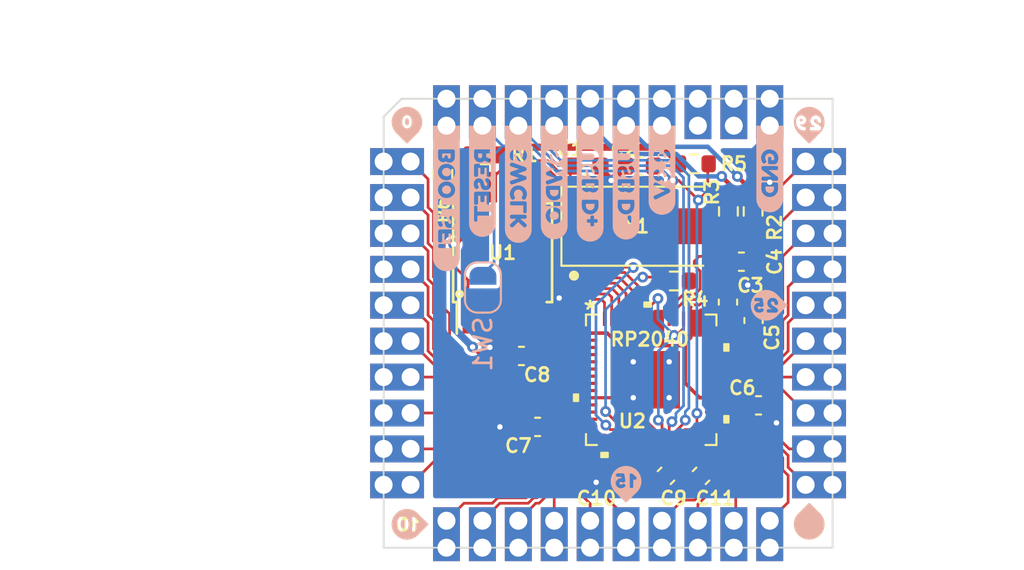
<source format=kicad_pcb>
(kicad_pcb (version 20211014) (generator pcbnew)
  (layers (0 "F.Cu" signal) (31 "B.Cu" signal) (34 "B.Paste" user) (35 "F.Paste" user) (36 "B.SilkS" user "B.Silkscreen") (37 "F.SilkS" user "F.Silkscreen") (38 "B.Mask" user) (39 "F.Mask" user) (44 "Edge.Cuts" user))
  (net 0 "")
  (net 1 "GND")
  (net 2 "+3V3")
  (net 3 "+5V")
  (net 4 "/~{QSPI_CS}")
  (net 5 "/USBBOOT")
  (net 6 "/~{RESET}")
  (net 7 "/USB_D-")
  (net 8 "/D-")
  (net 9 "/USB_D+")
  (net 10 "/D+")
  (net 11 "/QSPI_SD1")
  (net 12 "/QSPI_SD2")
  (net 13 "/QSPI_SD0")
  (net 14 "/QSPI_SCLK")
  (net 15 "/QSPI_SD3")
  (net 16 "/GPIO29")
  (net 17 "/GPIO28")
  (net 18 "/GPIO27")
  (net 19 "/GPIO26")
  (net 20 "/GPIO25")
  (net 21 "/GPIO24")
  (net 22 "/GPIO23")
  (net 23 "/GPIO22")
  (net 24 "/GPIO21")
  (net 25 "/GPIO20")
  (net 26 "/GPIO19")
  (net 27 "/GPIO18")
  (net 28 "/GPIO17")
  (net 29 "/GPIO16")
  (net 30 "/SWDIO")
  (net 31 "/SWCLK")
  (net 32 "/GPIO15")
  (net 33 "/GPIO14")
  (net 34 "/GPIO13")
  (net 35 "/GPIO12")
  (net 36 "/GPIO11")
  (net 37 "/GPIO10")
  (net 38 "/GPIO9")
  (net 39 "/GPIO8")
  (net 40 "/GPIO7")
  (net 41 "/GPIO6")
  (net 42 "/GPIO5")
  (net 43 "/GPIO4")
  (net 44 "/GPIO3")
  (net 45 "/GPIO2")
  (net 46 "/GPIO1")
  (net 47 "/GPIO0")
  (net 48 "VBAT")
  (net 49 "Net-(C1-Pad1)")
  (net 50 "Net-(C2-Pad1)")
  (net 51 "Net-(C10-Pad1)")
  (net 52 "Net-(R4-Pad2)")
  (footprint "Resistor_SMD:R_0603_1608Metric" (layer "F.Cu") (at 156.275 96.625)
    (fp_text reference "R5")
    (fp_text value "10K")
  )
  (footprint "Capacitor_SMD:C_0603_1608Metric" (layer "F.Cu") (at 158.175 104.325 90)
    (fp_text reference "C3")
    (fp_text value "0.1uF")
  )
  (footprint "RP2040_stamp:Castellated_1x10_P2.00mm_Vertical" (layer "F.Cu") (at 142.5 94.5 90)
    (fp_text reference "J2" hide)
    (fp_text value "Conn_North" hide)
  )
  (footprint "Capacitor_SMD:C_0603_1608Metric" (layer "F.Cu") (at 154.725 114 -135)
    (fp_text reference "C9")
    (fp_text value "0.1uF")
  )
  (footprint "Resistor_SMD:R_0603_1608Metric" (layer "F.Cu") (at 144.65 96.125)
    (fp_text reference "R1")
    (fp_text value "10K")
  )
  (footprint "Capacitor_SMD:C_0603_1608Metric" (layer "F.Cu") (at 156.675 114 -135)
    (fp_text reference "C11")
    (fp_text value "1uF")
  )
  (footprint "Resistor_SMD:R_0603_1608Metric" (layer "F.Cu") (at 142.3 97.2 -90)
    (fp_text reference "R6")
    (fp_text value "1K")
  )
  (footprint "RP2040_stamp:Castellated_1x10_P2.00mm_Vertical" (layer "F.Cu") (at 142.5 118 90)
    (fp_text reference "J3" hide)
    (fp_text value "Conn_South" hide)
  )
  (footprint "Resistor_SMD:R_0603_1608Metric" (layer "F.Cu") (at 158.2 99.275 90)
    (fp_text reference "R3")
    (fp_text value "27R")
  )
  (footprint "Capacitor_SMD:C_0603_1608Metric" (layer "F.Cu") (at 158.925 102.075)
    (fp_text reference "C4")
    (fp_text value "0.1uF")
  )
  (footprint "Package_SO:SOIC-8W_5.3x5.3mm_P1.27mm" (layer "F.Cu") (at 145.625 101.575 90)
    (fp_text reference "U1")
    (fp_text value "W25Q64JV")
  )
  (footprint "buzzardLabel" (layer "F.Cu") (at 140.3 116.7)
    (fp_text reference "")
    (fp_text value "")
  )
  (footprint "Capacitor_SMD:C_0603_1608Metric" (layer "F.Cu") (at 152.775 114 -135)
    (fp_text reference "C10")
    (fp_text value "0.1uF")
  )
  (footprint "RP2040_stamp:Castellated_1x10_P2.00mm_Vertical" (layer "F.Cu") (at 139 96.5)
    (fp_text reference "J1" hide)
    (fp_text value "Conn_West" hide)
  )
  (footprint "buzzardLabel" (layer "F.Cu") (at 140.35 94.3)
    (fp_text reference "")
    (fp_text value "")
  )
  (footprint "Capacitor_SMD:C_0603_1608Metric" (layer "F.Cu") (at 159.6 105.35 90)
    (fp_text reference "C5")
    (fp_text value "0.1uF")
  )
  (footprint "Capacitor_SMD:C_0603_1608Metric" (layer "F.Cu") (at 146.675 107.325 180)
    (fp_text reference "C8")
    (fp_text value "1uF")
  )
  (footprint "Resistor_SMD:R_0603_1608Metric" (layer "F.Cu") (at 159.575 99.275 90)
    (fp_text reference "R2")
    (fp_text value "27R")
  )
  (footprint "Capacitor_SMD:C_0603_1608Metric" (layer "F.Cu") (at 159.875 110.075)
    (fp_text reference "C6")
    (fp_text value "0.1uF")
  )
  (footprint "Resistor_SMD:R_0603_1608Metric" (layer "F.Cu") (at 155.175 103.15 180)
    (fp_text reference "R4")
    (fp_text value "1k")
  )
  (footprint "RP2040_stamp:Castellated_1x10_P2.00mm_Vertical" (layer "F.Cu") (at 162.5 96.5)
    (fp_text reference "J4" hide)
    (fp_text value "Conn_East" hide)
  )
  (footprint "UserLib:RP2040" (layer "F.Cu") (at 153.9 108.65)
    (fp_text reference "U2")
    (fp_text value "RP2040")
  )
  (footprint "UserLib:Crystal_SMD_7040-2Pin_7.0x4.0mm" (layer "F.Cu") (at 153.1 100.1)
    (fp_text reference "Y1")
    (fp_text value "Crystal")
  )
  (footprint "Capacitor_SMD:C_0603_1608Metric" (layer "F.Cu") (at 147.575 111.275 180)
    (fp_text reference "C7")
    (fp_text value "0.1uF")
  )
  (footprint "Capacitor_SMD:C_0603_1608Metric" (layer "F.Cu") (at 150.3 96.75)
    (fp_text reference "C1")
    (fp_text value "27pF")
  )
  (footprint "Capacitor_SMD:C_0603_1608Metric" (layer "F.Cu") (at 153.275 96.75 180)
    (fp_text reference "C2")
    (fp_text value "27pF")
  )
  (footprint "buzzardLabel" (layer "F.Cu") (at 162.8 116.7)
    (fp_text reference "")
    (fp_text value "")
  )
  (footprint "svg2mod" (layer "B.Cu") (at 159.9 104.5 180)
    (fp_text reference "svg2mod" hide)
    (fp_text value "G***" hide)
  )
  (footprint "svg2mod" (layer "B.Cu") (at 152.9 114.275 180)
    (fp_text reference "svg2mod" hide)
    (fp_text value "G***" hide)
  )
  (footprint "svg2mod" (layer "B.Cu") (at 150.5 97.729055 -90)
    (fp_text reference "svg2mod" hide)
    (fp_text value "G***" hide)
  )
  (footprint "Jumper:SolderJumper-2_P1.3mm_Open_RoundedPad1.0x1.5mm" (layer "B.Cu") (at 144.53 103.51 90)
    (fp_text reference "SW1")
    (fp_text value "SW_RESET")
  )
  (footprint "svg2mod" (layer "B.Cu") (at 163.05 94.35 180)
    (fp_text reference "svg2mod" hide)
    (fp_text value "G***" hide)
  )
  (footprint "buzzardLabel" (layer "B.Cu") (at 162.6 116.695 180)
    (fp_text reference "")
    (fp_text value "")
  )
  (footprint "svg2mod" (layer "B.Cu") (at 148.5 97.661745 -90)
    (fp_text reference "svg2mod" hide)
    (fp_text value "G***" hide)
  )
  (footprint "svg2mod" (layer "B.Cu") (at 152.5 97.669365 -90)
    (fp_text reference "svg2mod" hide)
    (fp_text value "G***" hide)
  )
  (footprint "svg2mod" (layer "B.Cu") (at 160.5 96.912128 -90)
    (fp_text reference "svg2mod" hide)
    (fp_text value "G***" hide)
  )
  (footprint "svg2mod" (layer "B.Cu") (at 142.5 98.552015 -90)
    (fp_text reference "svg2mod" hide)
    (fp_text value "G***" hide)
  )
  (footprint "buzzardLabel" (layer "B.Cu") (at 140.250001 94.3 180)
    (fp_text reference "")
    (fp_text value "")
  )
  (footprint "svg2mod" (layer "B.Cu") (at 152.2 114.275 180)
    (fp_text reference "svg2mod" hide)
    (fp_text value "G***" hide)
  )
  (footprint "svg2mod" (layer "B.Cu") (at 162.25 94.35 180)
    (fp_text reference "svg2mod" hide)
    (fp_text value "G***" hide)
  )
  (footprint "svg2mod" (layer "B.Cu") (at 154.5 96.981025 -90)
    (fp_text reference "svg2mod" hide)
    (fp_text value "G***" hide)
  )
  (footprint "svg2mod" (layer "B.Cu") (at 146.5 97.762075 -90)
    (fp_text reference "svg2mod" hide)
    (fp_text value "G***" hide)
  )
  (footprint "buzzardLabel" (layer "B.Cu") (at 140.3 116.7 180)
    (fp_text reference "")
    (fp_text value "")
  )
  (footprint "svg2mod" (layer "B.Cu") (at 160.65 104.5 180)
    (fp_text reference "svg2mod" hide)
    (fp_text value "G***" hide)
  )
  (footprint "svg2mod" (layer "B.Cu") (at 144.5 97.59634 -90)
    (fp_text reference "svg2mod" hide)
    (fp_text value "G***" hide)
  )
  (gr_line (start 153.1 114.8) (end 152.5 115.4) (layer "B.SilkS") (width 0.15))
  (gr_circle (center 140.300001 94.3) (end 139.650001 94.300001) (layer "B.SilkS") (width 0.4) (fill none))
  (gr_poly (pts (xy 152.85 113.600001) (xy 152.4 113.550001) (xy 151.914045 113.752529) (xy 151.789044 113.952529) (xy 151.75 114.225001) (xy 151.850001 114.675001) (xy 152.025 114.875001) (xy 151.85 114.55) (xy 151.85 113.85) (xy 152.2 113.75) (xy 152.7 113.75) (xy 153.05 113.8)) (layer "B.SilkS") (width 0.1) (fill solid))
  (gr_poly (pts (xy 160.649999 103.85) (xy 160.3 103.75) (xy 159.950001 103.85) (xy 159.75 104) (xy 160.85 104)) (layer "B.SilkS") (width 0.15) (fill solid))
  (gr_line (start 162.7 95.404999) (end 162.1 94.804999) (layer "B.SilkS") (width 0.15))
  (gr_circle (center 162.7 116.695) (end 161.900001 116.695) (layer "B.SilkS") (width 0.11) (fill none))
  (gr_line (start 140.300001 95.400001) (end 139.7 94.8) (layer "B.SilkS") (width 0.15))
  (gr_line (start 141.399999 116.7) (end 140.799999 117.3) (layer "B.SilkS") (width 0.15))
  (gr_line (start 162.7 115.595001) (end 163.3 116.195001) (layer "B.SilkS") (width 0.15))
  (gr_circle (center 162.7 94.305) (end 163.499999 94.305) (layer "B.SilkS") (width 0.11) (fill none))
  (gr_poly (pts (xy 141.025 116.95) (xy 141.075 116.7) (xy 141.024999 116.4)) (layer "B.SilkS") (width 0.1) (fill solid))
  (gr_poly (pts (xy 163.1 94.905) (xy 162.3 94.905) (xy 162.4 95.104999) (xy 163 95.104999)) (layer "B.SilkS") (width 0.15) (fill solid))
  (gr_circle (center 152.5 114.300001) (end 152.5 115.1) (layer "B.SilkS") (width 0.11) (fill none))
  (gr_poly (pts (xy 162.35 117.345) (xy 162.7 117.445) (xy 163.05 117.345) (xy 163.25 117.195) (xy 162.15 117.195)) (layer "B.SilkS") (width 0.15) (fill solid))
  (gr_poly (pts (xy 163.05 93.655) (xy 162.7 93.555) (xy 162.35 93.655) (xy 162.15 93.805) (xy 163.25 93.805)) (layer "B.SilkS") (width 0.15) (fill solid))
  (gr_line (start 162.1 116.195001) (end 162.7 115.595001) (layer "B.SilkS") (width 0.15))
  (gr_poly (pts (xy 139.6 116.35) (xy 139.55 116.8) (xy 139.775 117.25) (xy 139.975 117.375) (xy 140.225 117.45) (xy 140.675 117.349999) (xy 140.875 117.175) (xy 139.9 117.275) (xy 139.7 117) (xy 139.650001 116.55) (xy 139.775 116.225)) (layer "B.SilkS") (width 0.15) (fill solid))
  (gr_poly (pts (xy 152.5 115.4) (xy 152.8 115.1) (xy 152.2 115.1)) (layer "B.SilkS") (width 0.15) (fill solid))
  (gr_line (start 140.799999 116.1) (end 141.399999 116.7) (layer "B.SilkS") (width 0.15))
  (gr_line (start 163.25 94.85) (end 162.7 95.404999) (layer "B.SilkS") (width 0.15))
  (gr_poly (pts (xy 162.7 95.404999) (xy 163 95.104999) (xy 162.4 95.104999)) (layer "B.SilkS") (width 0.15) (fill solid))
  (gr_line (start 152.5 115.4) (end 151.9 114.8) (layer "B.SilkS") (width 0.15))
  (gr_poly (pts (xy 162.3 116.095) (xy 163.1 116.095) (xy 163 115.895001) (xy 162.4 115.895001)) (layer "B.SilkS") (width 0.15) (fill solid))
  (gr_poly (pts (xy 159.950002 105.15) (xy 160.300001 105.25) (xy 160.65 105.15) (xy 160.850001 105) (xy 159.750001 105)) (layer "B.SilkS") (width 0.15) (fill solid))
  (gr_line (start 160.845001 103.95) (end 161.4 104.5) (layer "B.SilkS") (width 0.15))
  (gr_poly (pts (xy 162.7 115.595001) (xy 162.4 115.895001) (xy 163 115.895001)) (layer "B.SilkS") (width 0.15) (fill solid))
  (gr_circle (center 160.300001 104.5) (end 160.300001 103.700001) (layer "B.SilkS") (width 0.11) (fill none))
  (gr_line (start 161.4 104.5) (end 160.8 105.1) (layer "B.SilkS") (width 0.15))
  (gr_poly (pts (xy 153.15 113.850001) (xy 153.15 114.750001) (xy 153.25 114.300001)) (layer "B.SilkS") (width 0.1) (fill solid))
  (gr_poly (pts (xy 140.300001 95.400001) (xy 140.600002 95.1) (xy 140 95.1)) (layer "B.SilkS") (width 0.15) (fill solid))
  (gr_poly (pts (xy 141.399999 116.7) (xy 141.099999 116.4) (xy 141.099999 117)) (layer "B.SilkS") (width 0.15) (fill solid))
  (gr_line (start 152.55 113.725) (end 152.55 114.775) (layer "B.SilkS") (width 0.15))
  (gr_poly (pts (xy 139.85 116.1) (xy 140.75 116.1) (xy 140.3 115.95)) (layer "B.SilkS") (width 0.15) (fill solid))
  (gr_line (start 140.900002 94.8) (end 140.300001 95.400001) (layer "B.SilkS") (width 0.15))
  (gr_poly (pts (xy 152.025 114.8) (xy 152.5 115.2) (xy 153 114.8)) (layer "B.SilkS") (width 0.1) (fill solid))
  (gr_circle (center 140.3 116.7) (end 141.099999 116.7) (layer "B.SilkS") (width 0.11) (fill none))
  (gr_poly (pts (xy 161.4 104.5) (xy 161.05 104.2) (xy 161.05 104.8)) (layer "B.SilkS") (width 0.15) (fill solid))
  (gr_line (start 140.799999 117.3) (end 141.399999 116.7) (layer "F.SilkS") (width 0.15))
  (gr_circle (center 140.3 94.3) (end 140.95 94.3) (layer "F.SilkS") (width 0.4) (fill none))
  (gr_circle (center 162.7 116.7) (end 163.5 116.7) (layer "F.SilkS") (width 0.11) (fill none))
  (gr_poly (pts (xy 141 116.35) (xy 141.1 116.8) (xy 140.825 117.25) (xy 140.625 117.375) (xy 140.375 117.45) (xy 139.925 117.35) (xy 139.725 117.175) (xy 140.7 117.275) (xy 140.9 117) (xy 140.95 116.55) (xy 140.825 116.225)) (layer "F.SilkS") (width 0.15) (fill solid))
  (gr_line (start 163.3 116.200001) (end 162.7 115.600001) (layer "F.SilkS") (width 0.15))
  (gr_line (start 140.3 95.4) (end 140.9 94.8) (layer "F.SilkS") (width 0.15))
  (gr_line (start 162.7 115.600001) (end 162.1 116.200001) (layer "F.SilkS") (width 0.15))
  (gr_circle (center 149.6 102.85) (end 149.8 102.9) (layer "F.SilkS") (width 0.15) (fill solid))
  (gr_poly (pts (xy 163.05 117.35) (xy 162.7 117.45) (xy 162.35 117.35) (xy 162.15 117.2) (xy 163.25 117.2)) (layer "F.SilkS") (width 0.15) (fill solid))
  (gr_poly (pts (xy 162.7 115.600001) (xy 163 115.900001) (xy 162.4 115.900001)) (layer "F.SilkS") (width 0.15) (fill solid))
  (gr_circle (center 140.3 116.7) (end 141.1 116.7) (layer "F.SilkS") (width 0.11) (fill none))
  (gr_poly (pts (xy 140.3 95.4) (xy 140 95.1) (xy 140.6 95.1)) (layer "F.SilkS") (width 0.15) (fill solid))
  (gr_poly (pts (xy 140.75 116.1) (xy 139.85 116.1) (xy 140.3 115.95)) (layer "F.SilkS") (width 0.15) (fill solid))
  (gr_line (start 141.399999 116.7) (end 140.799999 116.1) (layer "F.SilkS") (width 0.15))
  (gr_poly (pts (xy 163.1 116.1) (xy 162.3 116.1) (xy 162.4 115.900001) (xy 163 115.900001)) (layer "F.SilkS") (width 0.15) (fill solid))
  (gr_line (start 139.7 94.8) (end 140.3 95.4) (layer "F.SilkS") (width 0.15))
  (gr_poly (pts (xy 139.575 116.95) (xy 139.525 116.7) (xy 139.575 116.4)) (layer "F.SilkS") (width 0.1) (fill solid))
  (gr_poly (pts (xy 141.399999 116.7) (xy 141.099999 117) (xy 141.099999 116.4)) (layer "F.SilkS") (width 0.15) (fill solid))
  (gr_circle (center 143.225 103.875) (end 143.375 103.95) (layer "F.SilkS") (width 0.15) (fill none))
  (gr_line (start 139 94) (end 140 93) (layer "Edge.Cuts") (width 0.1))
  (gr_line (start 139 118) (end 139 94) (layer "Edge.Cuts") (width 0.1))
  (gr_line (start 164 118) (end 139 118) (layer "Edge.Cuts") (width 0.1))
  (gr_line (start 164 93) (end 164 118) (layer "Edge.Cuts") (width 0.1))
  (gr_line (start 140 93) (end 164 93) (layer "Edge.Cuts") (width 0.1))
  (segment (start 152.226992 114.548008) (end 154.176992 114.548008) (width 0.2) (layer "F.Cu") (net 1))
  (segment (start 150.935 96.815) (end 150.935 96.53) (width 0.4) (layer "F.Cu") (net 1))
  (segment (start 160.875 111.05) (end 160.875 110.3) (width 0.15) (layer "F.Cu") (net 1))
  (segment (start 152.899999 112.699634) (end 152.899999 112.0512) (width 0.2) (layer "F.Cu") (net 1))
  (segment (start 159.6 103.7) (end 159.6 104.575) (width 0.15) (layer "F.Cu") (net 1))
  (segment (start 148.75598 104.09902) (end 147.53 105.325) (width 0.2) (layer "F.Cu") (net 1))
  (segment (start 148.775 104.09902) (end 148.75598 104.09902) (width 0.2) (layer "F.Cu") (net 1))
  (segment (start 151.67 97.55) (end 150.935 96.815) (width 0.4) (layer "F.Cu") (net 1))
  (segment (start 159.275 103.375) (end 159.6 103.7) (width 0.15) (layer "F.Cu") (net 1))
  (segment (start 159.7 102.95) (end 159.275 103.375) (width 0.15) (layer "F.Cu") (net 1))
  (segment (start 150.835271 114.36027) (end 151.446021 113.74952) (width 0.2) (layer "F.Cu") (net 1))
  (segment (start 150.835271 114.36027) (end 152.039254 114.36027) (width 0.2) (layer "F.Cu") (net 1))
  (segment (start 144.916292 106.841634) (end 145.499658 107.425) (width 0.2) (layer "F.Cu") (net 1))
  (segment (start 159.7 102.075) (end 159.7 102.95) (width 0.15) (layer "F.Cu") (net 1))
  (segment (start 151.446021 113.74952) (end 151.850113 113.74952) (width 0.2) (layer "F.Cu") (net 1))
  (segment (start 159.275 103.375) (end 158.35 103.375) (width 0.15) (layer "F.Cu") (net 1))
  (segment (start 145.499658 107.425) (end 145.900001 107.425) (width 0.2) (layer "F.Cu") (net 1))
  (segment (start 151.67 97.55) (end 152.415 96.805) (width 0.4) (layer "F.Cu") (net 1))
  (segment (start 146.750611 111.275) (end 145.475 111.275) (width 0.15) (layer "F.Cu") (net 1))
  (segment (start 154.176992 114.548008) (end 156.126992 114.548008) (width 0.2) (layer "F.Cu") (net 1))
  (segment (start 151.850113 113.74952) (end 152.899999 112.699634) (width 0.2) (layer "F.Cu") (net 1))
  (segment (start 160.5 97.65) (end 160.5 94.5) (width 0.4) (layer "F.Cu") (net 1))
  (via (at 160.875 111.05) (size 0.6) (drill 0.3) (layers "F.Cu" "B.Cu") (net 1))
  (via (at 145.475 111.275) (size 0.6) (drill 0.3) (layers "F.Cu" "B.Cu") (net 1))
  (via (at 159.275 103.375) (size 0.6) (drill 0.3) (layers "F.Cu" "B.Cu") (net 1))
  (via (at 151.67 97.55) (size 0.6) (drill 0.3) (layers "F.Cu" "B.Cu") (net 1))
  (via (at 152.9 109.65) (size 0.6) (drill 0.3) (layers "F.Cu" "B.Cu") (net 1))
  (via (at 154.9 109.65) (size 0.6) (drill 0.3) (layers "F.Cu" "B.Cu") (net 1))
  (via (at 152.9 107.65) (size 0.6) (drill 0.3) (layers "F.Cu" "B.Cu") (net 1))
  (via (at 144.916292 106.841634) (size 0.6) (drill 0.3) (layers "F.Cu" "B.Cu") (net 1))
  (via (at 150.835271 114.36027) (size 0.6) (drill 0.3) (layers "F.Cu" "B.Cu") (net 1))
  (via (at 160.5 97.65) (size 0.6) (drill 0.3) (layers "F.Cu" "B.Cu") (net 1))
  (via (at 154.9 107.65) (size 0.6) (drill 0.3) (layers "F.Cu" "B.Cu") (net 1))
  (via (at 148.775 104.09902) (size 0.6) (drill 0.3) (layers "F.Cu" "B.Cu") (net 1))
  (segment (start 152 106.9) (end 152.15 106.75) (width 0.2) (layer "F.Cu") (net 2))
  (segment (start 146.125 95.7) (end 154.425 95.7) (width 0.4) (layer "F.Cu") (net 2))
  (segment (start 157.225 103.847533) (end 157.225 102.8) (width 0.15) (layer "F.Cu") (net 2))
  (segment (start 149.784021 109.650001) (end 148.525 110.909022) (width 0.1786) (layer "F.Cu") (net 2))
  (segment (start 145.077138 96.125) (end 145.475 96.125) (width 0.4) (layer "F.Cu") (net 2))
  (segment (start 152 106.900578) (end 152 109.6) (width 0.2) (layer "F.Cu") (net 2))
  (segment (start 156.6 109.65) (end 157.3012 109.650001) (width 0.2) (layer "F.Cu") (net 2))
  (segment (start 149.375 106.05) (end 148.1 107.325) (width 0.2) (layer "F.Cu") (net 2))
  (segment (start 153.2 110.55) (end 154.1 111.45) (width 0.2) (layer "F.Cu") (net 2))
  (segment (start 157.3012 109.650001) (end 158.675001 109.650001) (width 0.2) (layer "F.Cu") (net 2))
  (segment (start 143.951622 106.823378) (end 143.951622 106.826622) (width 0.2) (layer "F.Cu") (net 2))
  (segment (start 157.3012 106.05) (end 159.525 106.05) (width 0.15) (layer "F.Cu") (net 2))
  (segment (start 156.5 105.2488) (end 156.5 104.9) (width 0.15) (layer "F.Cu") (net 2))
  (segment (start 155.8 106.900578) (end 155.649422 106.75) (width 0.2) (layer "F.Cu") (net 2))
  (segment (start 150.4988 109.650001) (end 149.784021 109.650001) (width 0.1786) (layer "F.Cu") (net 2))
  (segment (start 150.4988 106.05) (end 149.375 106.05) (width 0.2) (layer "F.Cu") (net 2))
  (segment (start 156.100001 104.624999) (end 156.24596 104.47904) (width 0.15) (layer "F.Cu") (net 2))
  (segment (start 150.4988 106.05) (end 151.45 106.05) (width 0.2) (layer "F.Cu") (net 2))
  (segment (start 158.675001 109.650001) (end 159.1 110.075) (width 0.2) (layer "F.Cu") (net 2))
  (segment (start 151.949999 109.650001) (end 152 109.6) (width 0.15) (layer "F.Cu") (net 2))
  (segment (start 155.649422 106.75) (end 154.5 106.75) (width 0.2) (layer "F.Cu") (net 2))
  (segment (start 143.951622 106.826622) (end 145.17452 108.04952) (width 0.2) (layer "F.Cu") (net 2))
  (segment (start 143.72 97.482138) (end 145.077138 96.125) (width 0.4) (layer "F.Cu") (net 2))
  (segment (start 145.17452 108.04952) (end 146.72548 108.04952) (width 0.2) (layer "F.Cu") (net 2))
  (segment (start 154.1 111.45) (end 154.1 112.0512) (width 0.2) (layer "F.Cu") (net 2))
  (segment (start 156.24596 104.47904) (end 156.593493 104.47904) (width 0.15) (layer "F.Cu") (net 2))
  (segment (start 156.65 104.75) (end 157.825 104.75) (width 0.15) (layer "F.Cu") (net 2))
  (segment (start 154.5 95.625) (end 155.4 96.525) (width 0.4) (layer "F.Cu") (net 2))
  (segment (start 152.15 110.55) (end 153.2 110.55) (width 0.2) (layer "F.Cu") (net 2))
  (segment (start 152 110.4) (end 152 110.399422) (width 0.15) (layer "F.Cu") (net 2))
  (segment (start 155.8 106.900578) (end 155.8 108.85) (width 0.2) (layer "F.Cu") (net 2))
  (segment (start 154.5 94.5) (end 154.5 95.625) (width 0.4) (layer "F.Cu") (net 2))
  (segment (start 142.897563 101.099294) (end 143.695 100.301857) (width 0.4) (layer "F.Cu") (net 2))
  (segment (start 146.72548 108.04952) (end 147.45 107.325) (width 0.2) (layer "F.Cu") (net 2))
  (segment (start 145.575 96.25) (end 146.125 95.7) (width 0.4) (layer "F.Cu") (net 2))
  (segment (start 148.525 110.909022) (end 148.525 111.225) (width 0.1786) (layer "F.Cu") (net 2))
  (segment (start 151.45 106.05) (end 152.15 106.75) (width 0.2) (layer "F.Cu") (net 2))
  (segment (start 156.5 104.9) (end 156.65 104.75) (width 0.15) (layer "F.Cu") (net 2))
  (segment (start 155.8 108.85) (end 156.6 109.65) (width 0.2) (layer "F.Cu") (net 2))
  (segment (start 143.72 97.925) (end 143.72 97.482138) (width 0.4) (layer "F.Cu") (net 2))
  (segment (start 156.100001 106.299421) (end 155.787211 106.612211) (width 0.2) (layer "F.Cu") (net 2))
  (segment (start 157.225 102.8) (end 157.95 102.075) (width 0.15) (layer "F.Cu") (net 2))
  (segment (start 155.8 106.900578) (end 155.8 106.625) (width 0.2) (layer "F.Cu") (net 2))
  (segment (start 152 109.6) (end 152 110.399422) (width 0.2) (layer "F.Cu") (net 2))
  (segment (start 156.100001 105.2488) (end 156.100001 104.624999) (width 0.15) (layer "F.Cu") (net 2))
  (segment (start 148.1 107.325) (end 147.45 107.325) (width 0.2) (layer "F.Cu") (net 2))
  (segment (start 157.825 104.75) (end 158.175 105.1) (width 0.15) (layer "F.Cu") (net 2))
  (segment (start 150.4988 109.650001) (end 151.949999 109.650001) (width 0.1786) (layer "F.Cu") (net 2))
  (segment (start 155.787211 106.612211) (end 155.649422 106.75) (width 0.2) (layer "F.Cu") (net 2))
  (segment (start 156.100001 105.2488) (end 156.100001 106.299421) (width 0.2) (layer "F.Cu") (net 2))
  (segment (start 154.5 106.75) (end 152.15 106.75) (width 0.2) (layer "F.Cu") (net 2))
  (segment (start 154.425 95.7) (end 154.5 95.625) (width 0.4) (layer "F.Cu") (net 2))
  (segment (start 143.695 100.301857) (end 143.695 98.025) (width 0.4) (layer "F.Cu") (net 2))
  (segment (start 152.15 110.55) (end 152 110.4) (width 0.2) (layer "F.Cu") (net 2))
  (segment (start 156.593493 104.47904) (end 157.225 103.847533) (width 0.15) (layer "F.Cu") (net 2))
  (segment (start 155.8 106.625) (end 155.787211 106.612211) (width 0.15) (layer "F.Cu") (net 2))
  (via (at 142.897563 101.099294) (size 0.6) (drill 0.3) (layers "F.Cu" "B.Cu") (net 2))
  (via (at 143.951622 106.823378) (size 0.6) (drill 0.3) (layers "F.Cu" "B.Cu") (net 2))
  (segment (start 143.951622 106.823378) (end 142.897563 105.769319) (width 0.4) (layer "B.Cu") (net 2))
  (segment (start 142.897563 105.769319) (end 142.897563 101.099294) (width 0.4) (layer "B.Cu") (net 2))
  (segment (start 143.72 105.579022) (end 144.440489 106.299511) (width 0.15) (layer "F.Cu") (net 4))
  (segment (start 148.57452 105.464858) (end 149.865818 104.17356) (width 0.15) (layer "F.Cu") (net 4))
  (segment (start 151.12356 104.17356) (end 151.3 104.35) (width 0.15) (layer "F.Cu") (net 4))
  (segment (start 142.45 97.725) (end 143.925 96.25) (width 0.15) (layer "F.Cu") (net 4))
  (segment (start 149.865818 104.17356) (end 151.12356 104.17356) (width 0.15) (layer "F.Cu") (net 4))
  (segment (start 142.22404 100.953284) (end 142.22404 98.25096) (width 0.15) (layer "F.Cu") (net 4))
  (segment (start 145.115925 106.299511) (end 145.415446 106.599031) (width 0.15) (layer "F.Cu") (net 4))
  (segment (start 143.72 105.225) (end 143.72 105.579022) (width 0.15) (layer "F.Cu") (net 4))
  (segment (start 148.203577 106.599031) (end 148.57452 106.228087) (width 0.15) (layer "F.Cu") (net 4))
  (segment (start 143.695 103.095) (end 142.373071 101.773071) (width 0.15) (layer "F.Cu") (net 4))
  (segment (start 145.415446 106.599031) (end 148.203577 106.599031) (width 0.15) (layer "F.Cu") (net 4))
  (segment (start 151.3 104.35) (end 151.3 105.2488) (width 0.15) (layer "F.Cu") (net 4))
  (segment (start 142.373071 101.102315) (end 142.22404 100.953284) (width 0.15) (layer "F.Cu") (net 4))
  (segment (start 148.57452 106.228087) (end 148.57452 105.464858) (width 0.15) (layer "F.Cu") (net 4))
  (segment (start 143.695 105.325) (end 143.695 103.095) (width 0.15) (layer "F.Cu") (net 4))
  (segment (start 144.440489 106.299511) (end 145.115925 106.299511) (width 0.15) (layer "F.Cu") (net 4))
  (segment (start 142.373071 101.773071) (end 142.373071 101.102315) (width 0.15) (layer "F.Cu") (net 4))
  (segment (start 142.5 96.425) (end 142.5 94.5) (width 0.15) (layer "F.Cu") (net 5))
  (segment (start 156.15 111.42269) (end 155.78619 111.42269) (width 0.15) (layer "F.Cu") (net 6))
  (segment (start 155.78619 111.42269) (end 155.699999 111.508881) (width 0.15) (layer "F.Cu") (net 6))
  (segment (start 156.445171 110.52017) (end 156.445171 111.127519) (width 0.15) (layer "F.Cu") (net 6))
  (segment (start 156.523531 98.640498) (end 155.433033 97.55) (width 0.15) (layer "F.Cu") (net 6))
  (segment (start 157.05 98.114029) (end 157.05 96.525) (width 0.15) (layer "F.Cu") (net 6))
  (segment (start 156.445171 111.127519) (end 156.15 111.42269) (width 0.15) (layer "F.Cu") (net 6))
  (segment (start 155.699999 111.508881) (end 155.699999 112.0512) (width 0.15) (layer "F.Cu") (net 6))
  (segment (start 156.523531 98.640498) (end 157.05 98.114029) (width 0.15) (layer "F.Cu") (net 6))
  (segment (start 155.433033 97.55) (end 155.11 97.55) (width 0.15) (layer "F.Cu") (net 6))
  (via (at 155.11 97.55) (size 0.6) (drill 0.3) (layers "F.Cu" "B.Cu") (net 6))
  (via (at 156.523531 98.640498) (size 0.6) (drill 0.3) (layers "F.Cu" "B.Cu") (net 6))
  (via (at 156.445171 110.52017) (size 0.6) (drill 0.3) (layers "F.Cu" "B.Cu") (net 6))
  (segment (start 148.601903 97.025489) (end 154.585489 97.025489) (width 0.15) (layer "B.Cu") (net 6))
  (segment (start 145.15 96.1) (end 145.625 95.625) (width 0.15) (layer "B.Cu") (net 6))
  (segment (start 145.15 102.15) (end 145.15 96.1) (width 0.15) (layer "B.Cu") (net 6))
  (segment (start 156.445171 110.52017) (end 156.445171 98.718858) (width 0.15) (layer "B.Cu") (net 6))
  (segment (start 144.475 102.825) (end 145.15 102.15) (width 0.15) (layer "B.Cu") (net 6))
  (segment (start 145.625 95.625) (end 147.201414 95.625) (width 0.15) (layer "B.Cu") (net 6))
  (segment (start 154.585489 97.025489) (end 155.11 97.55) (width 0.15) (layer "B.Cu") (net 6))
  (segment (start 145.625 95.625) (end 144.5 94.5) (width 0.15) (layer "B.Cu") (net 6))
  (segment (start 147.201414 95.625) (end 148.601903 97.025489) (width 0.15) (layer "B.Cu") (net 6))
  (segment (start 156.445171 98.718858) (end 156.523531 98.640498) (width 0.15) (layer "B.Cu") (net 6))
  (segment (start 158.7 97.325) (end 159.825 98.45) (width 0.25) (layer "F.Cu") (net 7))
  (via (at 158.7 97.325) (size 0.6) (drill 0.3) (layers "F.Cu" "B.Cu") (net 7))
  (segment (start 157.05241 95.67741) (end 158.7 97.325) (width 0.25) (layer "B.Cu") (net 7))
  (segment (start 153.67741 95.67741) (end 157.05241 95.67741) (width 0.25) (layer "B.Cu") (net 7))
  (segment (start 153.67741 95.67741) (end 152.5 94.5) (width 0.25) (layer "B.Cu") (net 7))
  (segment (start 156.92452 103.724427) (end 156.92452 102.174066) (width 0.15) (layer "F.Cu") (net 8))
  (segment (start 158.373586 100.725) (end 159.125 100.725) (width 0.15) (layer "F.Cu") (net 8))
  (segment (start 155.826958 104.17952) (end 156.469427 104.17952) (width 0.15) (layer "F.Cu") (net 8))
  (segment (start 159.125 100.725) (end 159.75 100.1) (width 0.15) (layer "F.Cu") (net 8))
  (segment (start 156.92452 102.174066) (end 158.373586 100.725) (width 0.15) (layer "F.Cu") (net 8))
  (segment (start 156.469427 104.17952) (end 156.92452 103.724427) (width 0.15) (layer "F.Cu") (net 8))
  (segment (start 155.3 104.706478) (end 155.826958 104.17952) (width 0.15) (layer "F.Cu") (net 8))
  (segment (start 155.3 105.2488) (end 155.3 104.706478) (width 0.15) (layer "F.Cu") (net 8))
  (segment (start 158.325 98.45) (end 158.325 97.825) (width 0.25) (layer "F.Cu") (net 9))
  (segment (start 158.325 97.825) (end 157.825 97.325) (width 0.25) (layer "F.Cu") (net 9))
  (via (at 157.825 97.325) (size 0.6) (drill 0.3) (layers "F.Cu" "B.Cu") (net 9))
  (segment (start 152.07693 96.07693) (end 150.5 94.5) (width 0.25) (layer "B.Cu") (net 9))
  (segment (start 157.825 97.325) (end 156.544654 97.325) (width 0.25) (layer "B.Cu") (net 9))
  (segment (start 155.296584 96.07693) (end 152.07693 96.07693) (width 0.25) (layer "B.Cu") (net 9))
  (segment (start 156.544654 97.325) (end 155.296584 96.07693) (width 0.25) (layer "B.Cu") (net 9))
  (segment (start 156.625 102.6) (end 156.29952 102.27452) (width 0.15) (layer "F.Cu") (net 10))
  (segment (start 156.9 101.775) (end 158.2 100.475) (width 0.15) (layer "F.Cu") (net 10))
  (segment (start 156.625 103.600361) (end 156.625 102.6) (width 0.15) (layer "F.Cu") (net 10))
  (segment (start 156.29952 102.05048) (end 156.575 101.775) (width 0.15) (layer "F.Cu") (net 10))
  (segment (start 154.900001 105.2488) (end 154.900001 104.682891) (width 0.15) (layer "F.Cu") (net 10))
  (segment (start 155.702892 103.88) (end 156.345361 103.88) (width 0.15) (layer "F.Cu") (net 10))
  (segment (start 156.29952 102.27452) (end 156.29952 102.05048) (width 0.15) (layer "F.Cu") (net 10))
  (segment (start 156.575 101.775) (end 156.9 101.775) (width 0.15) (layer "F.Cu") (net 10))
  (segment (start 154.900001 104.682891) (end 155.702892 103.88) (width 0.15) (layer "F.Cu") (net 10))
  (segment (start 158.2 100.475) (end 158.2 100.1) (width 0.15) (layer "F.Cu") (net 10))
  (segment (start 156.345361 103.88) (end 156.625 103.600361) (width 0.15) (layer "F.Cu") (net 10))
  (segment (start 144.99 105.75) (end 145.539511 106.299511) (width 0.15) (layer "F.Cu") (net 11))
  (segment (start 148.275 106.104022) (end 148.275 105.340792) (width 0.15) (layer "F.Cu") (net 11))
  (segment (start 151.7 104.05) (end 151.699999 105.2488) (width 0.15) (layer "F.Cu") (net 11))
  (segment (start 148.079511 106.299511) (end 148.275 106.104022) (width 0.15) (layer "F.Cu") (net 11))
  (segment (start 148.275 105.340792) (end 149.741752 103.87404) (width 0.15) (layer "F.Cu") (net 11))
  (segment (start 145.539511 106.299511) (end 148.079511 106.299511) (width 0.15) (layer "F.Cu") (net 11))
  (segment (start 149.741752 103.87404) (end 151.52404 103.87404) (width 0.15) (layer "F.Cu") (net 11))
  (segment (start 151.52404 103.87404) (end 151.7 104.05) (width 0.15) (layer "F.Cu") (net 11))
  (segment (start 144.99 105.225) (end 144.99 105.75) (width 0.15) (layer "F.Cu") (net 11))
  (segment (start 152.1 103.95) (end 151.72452 103.57452) (width 0.15) (layer "F.Cu") (net 12))
  (segment (start 152.100001 105.2488) (end 152.1 103.95) (width 0.15) (layer "F.Cu") (net 12))
  (segment (start 151.72452 103.57452) (end 147.35048 103.57452) (width 0.15) (layer "F.Cu") (net 12))
  (segment (start 147.35048 103.57452) (end 146.26 104.665) (width 0.15) (layer "F.Cu") (net 12))
  (segment (start 148.276449 101.598619) (end 148.276449 98.771449) (width 0.15) (layer "F.Cu") (net 13))
  (segment (start 148.276449 98.771449) (end 147.53 98.025) (width 0.15) (layer "F.Cu") (net 13))
  (segment (start 152.5 103.85) (end 151.925 103.275) (width 0.15) (layer "F.Cu") (net 13))
  (segment (start 151.925 103.275) (end 149.952828 103.275) (width 0.15) (layer "F.Cu") (net 13))
  (segment (start 149.952828 103.275) (end 148.276449 101.598619) (width 0.15) (layer "F.Cu") (net 13))
  (segment (start 152.5 105.2488) (end 152.5 103.85) (width 0.15) (layer "F.Cu") (net 13))
  (segment (start 148.575969 97.346947) (end 148.575969 101.474554) (width 0.15) (layer "F.Cu") (net 14))
  (segment (start 152.15 102.97548) (end 152.899999 103.725479) (width 0.15) (layer "F.Cu") (net 14))
  (segment (start 148.575969 101.474554) (end 150.076894 102.97548) (width 0.15) (layer "F.Cu") (net 14))
  (segment (start 146.975 96.775) (end 148.004022 96.775) (width 0.15) (layer "F.Cu") (net 14))
  (segment (start 148.004022 96.775) (end 148.575969 97.346947) (width 0.15) (layer "F.Cu") (net 14))
  (segment (start 152.899999 103.725479) (end 152.899999 105.2488) (width 0.15) (layer "F.Cu") (net 14))
  (segment (start 146.26 97.49) (end 146.975 96.775) (width 0.15) (layer "F.Cu") (net 14))
  (segment (start 150.076894 102.97548) (end 152.15 102.97548) (width 0.15) (layer "F.Cu") (net 14))
  (segment (start 150.20096 102.67596) (end 152.42596 102.67596) (width 0.15) (layer "F.Cu") (net 15))
  (segment (start 146.224511 96.850489) (end 146.625 96.45) (width 0.15) (layer "F.Cu") (net 15))
  (segment (start 145.639511 96.850489) (end 146.224511 96.850489) (width 0.15) (layer "F.Cu") (net 15))
  (segment (start 148.875489 101.350489) (end 150.20096 102.67596) (width 0.15) (layer "F.Cu") (net 15))
  (segment (start 148.875489 97.200489) (end 148.875489 101.350489) (width 0.15) (layer "F.Cu") (net 15))
  (segment (start 146.625 96.45) (end 148.125 96.45) (width 0.15) (layer "F.Cu") (net 15))
  (segment (start 148.125 96.45) (end 148.875489 97.200489) (width 0.15) (layer "F.Cu") (net 15))
  (segment (start 144.99 97.5) (end 145.639511 96.850489) (width 0.15) (layer "F.Cu") (net 15))
  (segment (start 152.42596 102.67596) (end 153.3 103.55) (width 0.15) (layer "F.Cu") (net 15))
  (segment (start 153.3 103.55) (end 153.300001 105.2488) (width 0.15) (layer "F.Cu") (net 15))
  (segment (start 158.974519 107.250481) (end 159.62973 107.250481) (width 0.15) (layer "F.Cu") (net 16))
  (segment (start 158.174037 106.449999) (end 158.974519 107.250481) (width 0.15) (layer "F.Cu") (net 16))
  (segment (start 159.62973 107.250481) (end 160.327409 106.552802) (width 0.15) (layer "F.Cu") (net 16))
  (segment (start 160.327409 106.552802) (end 160.327409 104.811863) (width 0.15) (layer "F.Cu") (net 16))
  (segment (start 160.626929 98.373071) (end 162.5 96.5) (width 0.15) (layer "F.Cu") (net 16))
  (segment (start 160.327409 104.811863) (end 160.626929 104.512343) (width 0.15) (layer "F.Cu") (net 16))
  (segment (start 160.626929 104.512343) (end 160.626929 98.373071) (width 0.15) (layer "F.Cu") (net 16))
  (segment (start 157.3012 106.449999) (end 158.174037 106.449999) (width 0.15) (layer "F.Cu") (net 16))
  (segment (start 158.150454 106.850001) (end 158.850454 107.550001) (width 0.15) (layer "F.Cu") (net 17))
  (segment (start 159.753796 107.550001) (end 160.626929 106.676868) (width 0.15) (layer "F.Cu") (net 17))
  (segment (start 158.850454 107.550001) (end 159.753796 107.550001) (width 0.15) (layer "F.Cu") (net 17))
  (segment (start 157.3012 106.850001) (end 158.150454 106.850001) (width 0.15) (layer "F.Cu") (net 17))
  (segment (start 160.926449 104.802793) (end 160.926449 100.073551) (width 0.15) (layer "F.Cu") (net 17))
  (segment (start 160.626929 106.676868) (end 160.626929 105.102313) (width 0.15) (layer "F.Cu") (net 17))
  (segment (start 160.626929 105.102313) (end 160.926449 104.802793) (width 0.15) (layer "F.Cu") (net 17))
  (segment (start 160.926449 100.073551) (end 162.5 98.5) (width 0.15) (layer "F.Cu") (net 17))
  (segment (start 160.926449 105.226379) (end 161.225969 104.926859) (width 0.15) (layer "F.Cu") (net 18))
  (segment (start 161.225969 101.774031) (end 162.5 100.5) (width 0.15) (layer "F.Cu") (net 18))
  (segment (start 158.726868 107.85) (end 159.877383 107.85) (width 0.15) (layer "F.Cu") (net 18))
  (segment (start 159.877383 107.85) (end 160.926449 106.800934) (width 0.15) (layer "F.Cu") (net 18))
  (segment (start 161.225969 104.926859) (end 161.225969 101.774031) (width 0.15) (layer "F.Cu") (net 18))
  (segment (start 157.3012 107.25) (end 158.126867 107.25) (width 0.15) (layer "F.Cu") (net 18))
  (segment (start 160.926449 106.800934) (end 160.926449 105.226379) (width 0.15) (layer "F.Cu") (net 18))
  (segment (start 158.126867 107.25) (end 158.726868 107.85) (width 0.15) (layer "F.Cu") (net 18))
  (segment (start 158.10328 107.649999) (end 157.3012 107.649999) (width 0.15) (layer "F.Cu") (net 19))
  (segment (start 161.225969 106.925) (end 160.001449 108.14952) (width 0.15) (layer "F.Cu") (net 19))
  (segment (start 161.525489 105.050925) (end 161.225969 105.350445) (width 0.15) (layer "F.Cu") (net 19))
  (segment (start 162.5 102.5) (end 161.525489 103.474511) (width 0.15) (layer "F.Cu") (net 19))
  (segment (start 158.602801 108.14952) (end 158.10328 107.649999) (width 0.15) (layer "F.Cu") (net 19))
  (segment (start 161.525489 103.474511) (end 161.525489 105.050925) (width 0.15) (layer "F.Cu") (net 19))
  (segment (start 160.001449 108.14952) (end 158.602801 108.14952) (width 0.15) (layer "F.Cu") (net 19))
  (segment (start 161.225969 105.350445) (end 161.225969 106.925) (width 0.15) (layer "F.Cu") (net 19))
  (segment (start 158.079696 108.050001) (end 157.3012 108.050001) (width 0.15) (layer "F.Cu") (net 20))
  (segment (start 158.478735 108.44904) (end 158.079696 108.050001) (width 0.15) (layer "F.Cu") (net 20))
  (segment (start 160.127374 108.44904) (end 158.478735 108.44904) (width 0.15) (layer "F.Cu") (net 20))
  (segment (start 161.525489 107.050925) (end 160.127374 108.44904) (width 0.15) (layer "F.Cu") (net 20))
  (segment (start 161.525489 105.474511) (end 161.525489 107.050925) (width 0.15) (layer "F.Cu") (net 20))
  (segment (start 162.5 104.5) (end 161.525489 105.474511) (width 0.15) (layer "F.Cu") (net 20))
  (segment (start 158.05611 108.45) (end 157.3012 108.45) (width 0.15) (layer "F.Cu") (net 21))
  (segment (start 158.35467 108.74856) (end 158.05611 108.45) (width 0.15) (layer "F.Cu") (net 21))
  (segment (start 162.5 106.5) (end 160.251439 108.74856) (width 0.15) (layer "F.Cu") (net 21))
  (segment (start 160.251439 108.74856) (end 158.35467 108.74856) (width 0.15) (layer "F.Cu") (net 21))
  (segment (start 160.923584 108.5) (end 162.5 108.5) (width 0.15) (layer "F.Cu") (net 22))
  (segment (start 160.375505 109.04808) (end 160.923584 108.5) (width 0.15) (layer "F.Cu") (net 22))
  (segment (start 158.230604 109.04808) (end 160.375505 109.04808) (width 0.15) (layer "F.Cu") (net 22))
  (segment (start 158.032525 108.85) (end 158.230604 109.04808) (width 0.15) (layer "F.Cu") (net 22))
  (segment (start 157.3012 108.85) (end 158.032525 108.85) (width 0.15) (layer "F.Cu") (net 22))
  (segment (start 160.49717 109.35) (end 160.748585 109.098584) (width 0.15) (layer "F.Cu") (net 23))
  (segment (start 161.098584 109.098584) (end 162.5 110.5) (width 0.15) (layer "F.Cu") (net 23))
  (segment (start 157.3012 109.249999) (end 158.008939 109.249999) (width 0.15) (layer "F.Cu") (net 23))
  (segment (start 160.748585 109.098584) (end 161.098584 109.098584) (width 0.15) (layer "F.Cu") (net 23))
  (segment (start 158.008939 109.249999) (end 158.10894 109.35) (width 0.15) (layer "F.Cu") (net 23))
  (segment (start 158.10894 109.35) (end 160.49717 109.35) (width 0.15) (layer "F.Cu") (net 23))
  (segment (start 158.615212 110.77452) (end 159.857748 110.77452) (width 0.15) (layer "F.Cu") (net 24))
  (segment (start 159.857748 110.77452) (end 161.583228 112.5) (width 0.15) (layer "F.Cu") (net 24))
  (segment (start 157.3012 110.05) (end 157.890693 110.05) (width 0.15) (layer "F.Cu") (net 24))
  (segment (start 161.583228 112.5) (end 162.5 112.5) (width 0.15) (layer "F.Cu") (net 24))
  (segment (start 157.890693 110.05) (end 158.615212 110.77452) (width 0.15) (layer "F.Cu") (net 24))
  (segment (start 157.867106 110.449999) (end 158.491147 111.07404) (width 0.15) (layer "F.Cu") (net 25))
  (segment (start 161.525489 112.865847) (end 161.525489 113.525489) (width 0.15) (layer "F.Cu") (net 25))
  (segment (start 157.3012 110.449999) (end 157.867106 110.449999) (width 0.15) (layer "F.Cu") (net 25))
  (segment (start 158.491147 111.07404) (end 159.733682 111.07404) (width 0.15) (layer "F.Cu") (net 25))
  (segment (start 159.733682 111.07404) (end 161.525489 112.865847) (width 0.15) (layer "F.Cu") (net 25))
  (segment (start 161.525489 113.525489) (end 162.5 114.5) (width 0.15) (layer "F.Cu") (net 25))
  (segment (start 161.525489 115.474511) (end 160.5 116.5) (width 0.15) (layer "F.Cu") (net 26))
  (segment (start 157.3012 110.850001) (end 157.843522 110.850001) (width 0.15) (layer "F.Cu") (net 26))
  (segment (start 159.609616 111.37356) (end 161.225969 112.989913) (width 0.15) (layer "F.Cu") (net 26))
  (segment (start 157.843522 110.850001) (end 158.367082 111.37356) (width 0.15) (layer "F.Cu") (net 26))
  (segment (start 161.525489 113.975) (end 161.525489 115.474511) (width 0.15) (layer "F.Cu") (net 26))
  (segment (start 161.225969 112.989913) (end 161.225969 113.67548) (width 0.15) (layer "F.Cu") (net 26))
  (segment (start 161.225969 113.67548) (end 161.525489 113.975) (width 0.15) (layer "F.Cu") (net 26))
  (segment (start 158.367082 111.37356) (end 159.609616 111.37356) (width 0.15) (layer "F.Cu") (net 26))
  (segment (start 157.3012 111.25) (end 157.819936 111.25) (width 0.15) (layer "F.Cu") (net 27))
  (segment (start 158.607444 112.037508) (end 158.607444 116.392556) (width 0.15) (layer "F.Cu") (net 27))
  (segment (start 157.819936 111.25) (end 158.607444 112.037508) (width 0.15) (layer "F.Cu") (net 27))
  (segment (start 156.911662 112.35048) (end 157.498998 112.35048) (width 0.15) (layer "F.Cu") (net 28))
  (segment (start 157.498998 112.35048) (end 158.307924 113.159407) (width 0.15) (layer "F.Cu") (net 28))
  (segment (start 156.5 112.0512) (end 156.5 112.5) (width 0.15) (layer "F.Cu") (net 28))
  (segment (start 158.307924 113.159407) (end 158.307924 113.779933) (width 0.15) (layer "F.Cu") (net 28))
  (segment (start 156.543571 112.543571) (end 156.718571 112.543571) (width 0.15) (layer "F.Cu") (net 28))
  (segment (start 158.307924 113.779933) (end 156.5 115.587858) (width 0.15) (layer "F.Cu") (net 28))
  (segment (start 156.5 112.5) (end 156.543571 112.543571) (width 0.15) (layer "F.Cu") (net 28))
  (segment (start 156.718571 112.543571) (end 156.911662 112.35048) (width 0.15) (layer "F.Cu") (net 28))
  (segment (start 156.5 115.587858) (end 156.5 116.5) (width 0.15) (layer "F.Cu") (net 28))
  (segment (start 156.314272 115.35) (end 155.65 115.35) (width 0.15) (layer "F.Cu") (net 29))
  (segment (start 156.100001 112.0512) (end 156.100001 112.593522) (width 0.15) (layer "F.Cu") (net 29))
  (segment (start 158.008404 113.283472) (end 158.008404 113.655868) (width 0.15) (layer "F.Cu") (net 29))
  (segment (start 156.792864 112.892864) (end 156.399343 112.892864) (width 0.15) (layer "F.Cu") (net 29))
  (segment (start 157.035728 112.65) (end 156.792864 112.892864) (width 0.15) (layer "F.Cu") (net 29))
  (segment (start 157.374932 112.65) (end 158.008404 113.283472) (width 0.15) (layer "F.Cu") (net 29))
  (segment (start 157.035728 112.65) (end 157.374932 112.65) (width 0.15) (layer "F.Cu") (net 29))
  (segment (start 155.65 115.35) (end 154.5 116.5) (width 0.15) (layer "F.Cu") (net 29))
  (segment (start 158.008404 113.655868) (end 156.314272 115.35) (width 0.15) (layer "F.Cu") (net 29))
  (segment (start 156.399343 112.892864) (end 156.100001 112.593522) (width 0.15) (layer "F.Cu") (net 29))
  (segment (start 155.3 111.485294) (end 155.3 112.0512) (width 0.15) (layer "F.Cu") (net 30))
  (segment (start 155.797982 110.89819) (end 155.797982 110.987312) (width 0.15) (layer "F.Cu") (net 30))
  (segment (start 155.797982 110.987312) (end 155.3 111.485294) (width 0.15) (layer "F.Cu") (net 30))
  (via (at 155.797982 110.89819) (size 0.6) (drill 0.3) (layers "F.Cu" "B.Cu") (net 30))
  (segment (start 155.151807 96.426449) (end 155.999031 97.273673) (width 0.15) (layer "B.Cu") (net 30))
  (segment (start 148.850035 96.426449) (end 155.151807 96.426449) (width 0.15) (layer "B.Cu") (net 30))
  (segment (start 155.999031 97.273673) (end 155.999031 110.224554) (width 0.15) (layer "B.Cu") (net 30))
  (segment (start 148.346793 95.923207) (end 148.850035 96.426449) (width 0.15) (layer "B.Cu") (net 30))
  (segment (start 155.999031 110.224554) (end 155.797982 110.425603) (width 0.15) (layer "B.Cu") (net 30))
  (segment (start 148.346793 94.653207) (end 148.346793 95.923207) (width 0.15) (layer "B.Cu") (net 30))
  (segment (start 155.797982 110.425603) (end 155.797982 110.89819) (width 0.15) (layer "B.Cu") (net 30))
  (segment (start 154.900001 111.138455) (end 154.900001 112.0512) (width 0.15) (layer "F.Cu") (net 31))
  (segment (start 155.053517 110.984939) (end 154.900001 111.138455) (width 0.15) (layer "F.Cu") (net 31))
  (via (at 155.053517 110.984939) (size 0.6) (drill 0.3) (layers "F.Cu" "B.Cu") (net 31))
  (segment (start 148.725969 96.725969) (end 155.027741 96.725969) (width 0.15) (layer "B.Cu") (net 31))
  (segment (start 155.699511 97.397739) (end 155.699511 110.100489) (width 0.15) (layer "B.Cu") (net 31))
  (segment (start 155.273471 110.764985) (end 155.053517 110.984939) (width 0.15) (layer "B.Cu") (net 31))
  (segment (start 155.273471 110.526528) (end 155.273471 110.764985) (width 0.15) (layer "B.Cu") (net 31))
  (segment (start 146.5 94.5) (end 148.725969 96.725969) (width 0.15) (layer "B.Cu") (net 31))
  (segment (start 155.027741 96.725969) (end 155.699511 97.397739) (width 0.15) (layer "B.Cu") (net 31))
  (segment (start 155.699511 110.100489) (end 155.273471 110.526528) (width 0.15) (layer "B.Cu") (net 31))
  (segment (start 152.5 112.0512) (end 152.5 112.640693) (width 0.15) (layer "F.Cu") (net 32))
  (segment (start 150.02452 114.6) (end 150.52452 115.1) (width 0.15) (layer "F.Cu") (net 32))
  (segment (start 151.275 115.1) (end 152.5 116.325) (width 0.15) (layer "F.Cu") (net 32))
  (segment (start 150.52452 115.1) (end 151.275 115.1) (width 0.15) (layer "F.Cu") (net 32))
  (segment (start 152.5 112.640693) (end 151.715693 113.425) (width 0.15) (layer "F.Cu") (net 32))
  (segment (start 151.028785 113.425) (end 150.02452 114.429265) (width 0.15) (layer "F.Cu") (net 32))
  (segment (start 151.715693 113.425) (end 151.028785 113.425) (width 0.15) (layer "F.Cu") (net 32))
  (segment (start 150.02452 114.429265) (end 150.02452 114.6) (width 0.15) (layer "F.Cu") (net 32))
  (segment (start 149.725 114.305199) (end 150.905679 113.12452) (width 0.15) (layer "F.Cu") (net 33))
  (segment (start 151.592587 113.12452) (end 152.100001 112.617106) (width 0.15) (layer "F.Cu") (net 33))
  (segment (start 150.5 115.55) (end 149.725 114.775) (width 0.15) (layer "F.Cu") (net 33))
  (segment (start 150.905679 113.12452) (end 151.592587 113.12452) (width 0.15) (layer "F.Cu") (net 33))
  (segment (start 149.725 114.775) (end 149.725 114.305199) (width 0.15) (layer "F.Cu") (net 33))
  (segment (start 152.100001 112.617106) (end 152.100001 112.0512) (width 0.15) (layer "F.Cu") (net 33))
  (segment (start 150.5 116.5) (end 150.5 115.55) (width 0.15) (layer "F.Cu") (net 33))
  (segment (start 151.468521 112.825) (end 151.699999 112.593522) (width 0.15) (layer "F.Cu") (net 34))
  (segment (start 151.699999 112.593522) (end 151.699999 112.0512) (width 0.15) (layer "F.Cu") (net 34))
  (segment (start 150.781613 112.825) (end 151.468521 112.825) (width 0.15) (layer "F.Cu") (net 34))
  (segment (start 148.5 115.106613) (end 150.781613 112.825) (width 0.15) (layer "F.Cu") (net 34))
  (segment (start 148.5 116.5) (end 148.5 115.106613) (width 0.15) (layer "F.Cu") (net 34))
  (segment (start 146.5 116.5) (end 147.475 115.525) (width 0.15) (layer "F.Cu") (net 35))
  (segment (start 151.025 112.52548) (end 151.3 112.25048) (width 0.15) (layer "F.Cu") (net 35))
  (segment (start 147.475 115.525) (end 147.658028 115.525) (width 0.15) (layer "F.Cu") (net 35))
  (segment (start 150.657548 112.52548) (end 151.025 112.52548) (width 0.15) (layer "F.Cu") (net 35))
  (segment (start 147.658028 115.525) (end 150.657548 112.52548) (width 0.15) (layer "F.Cu") (net 35))
  (segment (start 150.123333 112.636109) (end 147.542221 115.217221) (width 0.15) (layer "F.Cu") (net 36))
  (segment (start 147.050925 115.525489) (end 145.474511 115.525489) (width 0.15) (layer "F.Cu") (net 36))
  (segment (start 147.542221 115.217221) (end 147.359193 115.217221) (width 0.15) (layer "F.Cu") (net 36))
  (segment (start 150.4988 111.25) (end 150.123333 111.25) (width 0.15) (layer "F.Cu") (net 36))
  (segment (start 147.359193 115.217221) (end 147.050925 115.525489) (width 0.15) (layer "F.Cu") (net 36))
  (segment (start 150.123333 111.25) (end 150.123333 112.636109) (width 0.15) (layer "F.Cu") (net 36))
  (segment (start 145.474511 115.525489) (end 144.5 116.5) (width 0.15) (layer "F.Cu") (net 36))
  (segment (start 150.4988 110.850001) (end 149.875 110.85) (width 0.15) (layer "F.Cu") (net 37))
  (segment (start 143.474511 115.525489) (end 142.5 116.5) (width 0.15) (layer "F.Cu") (net 37))
  (segment (start 149.823813 110.901187) (end 149.823813 112.512044) (width 0.15) (layer "F.Cu") (net 37))
  (segment (start 145.350445 115.225969) (end 145.050925 115.525489) (width 0.15) (layer "F.Cu") (net 37))
  (segment (start 149.875 110.85) (end 149.823813 110.901187) (width 0.15) (layer "F.Cu") (net 37))
  (segment (start 149.823813 112.512044) (end 147.418156 114.917701) (width 0.15) (layer "F.Cu") (net 37))
  (segment (start 147.235128 114.917701) (end 146.92686 115.225969) (width 0.15) (layer "F.Cu") (net 37))
  (segment (start 147.418156 114.917701) (end 147.235128 114.917701) (width 0.15) (layer "F.Cu") (net 37))
  (segment (start 145.050925 115.525489) (end 143.474511 115.525489) (width 0.15) (layer "F.Cu") (net 37))
  (segment (start 146.92686 115.225969) (end 145.350445 115.225969) (width 0.15) (layer "F.Cu") (net 37))
  (segment (start 148.724065 112.79952) (end 142.20048 112.79952) (width 0.15) (layer "F.Cu") (net 38))
  (segment (start 149.524293 110.777122) (end 149.524293 111.999293) (width 0.15) (layer "F.Cu") (net 38))
  (segment (start 149.524293 111.999293) (end 148.724065 112.79952) (width 0.15) (layer "F.Cu") (net 38))
  (segment (start 142.20048 112.79952) (end 140.5 114.5) (width 0.15) (layer "F.Cu") (net 38))
  (segment (start 149.851416 110.449999) (end 149.524293 110.777122) (width 0.15) (layer "F.Cu") (net 38))
  (segment (start 150.4988 110.449999) (end 149.851416 110.449999) (width 0.15) (layer "F.Cu") (net 38))
  (segment (start 148.6 112.5) (end 140.5 112.5) (width 0.15) (layer "F.Cu") (net 39))
  (segment (start 149.224773 110.653057) (end 149.224773 111.875227) (width 0.15) (layer "F.Cu") (net 39))
  (segment (start 150.4988 110.05) (end 149.82783 110.05) (width 0.15) (layer "F.Cu") (net 39))
  (segment (start 149.224773 111.875227) (end 148.6 112.5) (width 0.15) (layer "F.Cu") (net 39))
  (segment (start 149.82783 110.05) (end 149.224773 110.653057) (width 0.15) (layer "F.Cu") (net 39))
  (segment (start 150.4988 109.249999) (end 149.740215 109.249999) (width 0.15) (layer "F.Cu") (net 40))
  (segment (start 149.740215 109.249999) (end 148.490214 110.5) (width 0.15) (layer "F.Cu") (net 40))
  (segment (start 148.490214 110.5) (end 140.5 110.5) (width 0.15) (layer "F.Cu") (net 40))
  (segment (start 140.5 108.5) (end 142.076414 108.5) (width 0.15) (layer "F.Cu") (net 41))
  (segment (start 148.392589 110.17404) (end 149.716628 108.85) (width 0.15) (layer "F.Cu") (net 41))
  (segment (start 143.750455 110.17404) (end 148.392589 110.17404) (width 0.15) (layer "F.Cu") (net 41))
  (segment (start 142.076414 108.5) (end 143.750455 110.17404) (width 0.15) (layer "F.Cu") (net 41))
  (segment (start 149.716628 108.85) (end 150.4988 108.85) (width 0.15) (layer "F.Cu") (net 41))
  (segment (start 148.268523 109.87452) (end 143.87452 109.87452) (width 0.15) (layer "F.Cu") (net 42))
  (segment (start 150.4988 108.45) (end 149.693042 108.45) (width 0.15) (layer "F.Cu") (net 42))
  (segment (start 149.693042 108.45) (end 148.268523 109.87452) (width 0.15) (layer "F.Cu") (net 42))
  (segment (start 143.87452 109.87452) (end 140.5 106.5) (width 0.15) (layer "F.Cu") (net 42))
  (segment (start 144.001414 109.575) (end 148.144458 109.575) (width 0.15) (layer "F.Cu") (net 43))
  (segment (start 149.669455 108.050001) (end 150.4988 108.050001) (width 0.15) (layer "F.Cu") (net 43))
  (segment (start 141.776859 107.350445) (end 144.001414 109.575) (width 0.15) (layer "F.Cu") (net 43))
  (segment (start 148.144458 109.575) (end 149.669455 108.050001) (width 0.15) (layer "F.Cu") (net 43))
  (segment (start 141.474511 105.474511) (end 141.474511 107.050926) (width 0.15) (layer "F.Cu") (net 43))
  (segment (start 140.5 104.5) (end 141.474511 105.474511) (width 0.15) (layer "F.Cu") (net 43))
  (segment (start 141.474511 107.050926) (end 141.774031 107.350445) (width 0.15) (layer "F.Cu") (net 43))
  (segment (start 141.774031 107.350445) (end 141.776859 107.350445) (width 0.15) (layer "F.Cu") (net 43))
  (segment (start 141.774031 105.350446) (end 141.774031 106.924031) (width 0.15) (layer "F.Cu") (net 44))
  (segment (start 141.474511 105.050926) (end 141.774031 105.350446) (width 0.15) (layer "F.Cu") (net 44))
  (segment (start 141.474511 103.474511) (end 141.474511 105.050926) (width 0.15) (layer "F.Cu") (net 44))
  (segment (start 141.774031 106.924031) (end 144.125 109.275) (width 0.15) (layer "F.Cu") (net 44))
  (segment (start 148.020872 109.275) (end 149.645872 107.649999) (width 0.15) (layer "F.Cu") (net 44))
  (segment (start 149.645872 107.649999) (end 150.4988 107.649999) (width 0.15) (layer "F.Cu") (net 44))
  (segment (start 144.125 109.275) (end 148.020872 109.275) (width 0.15) (layer "F.Cu") (net 44))
  (segment (start 140.5 102.5) (end 141.474511 103.474511) (width 0.15) (layer "F.Cu") (net 44))
  (segment (start 149.622286 107.25) (end 150.4988 107.25) (width 0.15) (layer "F.Cu") (net 45))
  (segment (start 140.5 100.5) (end 141.474511 101.474511) (width 0.15) (layer "F.Cu") (net 45))
  (segment (start 141.774031 104.92686) (end 142.073551 105.22638) (width 0.15) (layer "F.Cu") (net 45))
  (segment (start 141.474511 101.474511) (end 141.474511 103.050925) (width 0.15) (layer "F.Cu") (net 45))
  (segment (start 147.898247 108.97404) (end 149.622286 107.25) (width 0.15) (layer "F.Cu") (net 45))
  (segment (start 142.073551 106.799965) (end 144.247627 108.97404) (width 0.15) (layer "F.Cu") (net 45))
  (segment (start 141.474511 103.050925) (end 141.774031 103.350445) (width 0.15) (layer "F.Cu") (net 45))
  (segment (start 142.073551 105.22638) (end 142.073551 106.799965) (width 0.15) (layer "F.Cu") (net 45))
  (segment (start 144.247627 108.97404) (end 147.898247 108.97404) (width 0.15) (layer "F.Cu") (net 45))
  (segment (start 141.774031 103.350445) (end 141.774031 104.92686) (width 0.15) (layer "F.Cu") (net 45))
  (segment (start 142.073551 103.223551) (end 142.073551 104.802794) (width 0.15) (layer "F.Cu") (net 46))
  (segment (start 149.598699 106.850001) (end 150.4988 106.850001) (width 0.15) (layer "F.Cu") (net 46))
  (segment (start 141.474511 99.474511) (end 141.474511 101.050925) (width 0.15) (layer "F.Cu") (net 46))
  (segment (start 141.774031 102.924031) (end 142.073551 103.223551) (width 0.15) (layer "F.Cu") (net 46))
  (segment (start 147.774181 108.67452) (end 149.598699 106.850001) (width 0.15) (layer "F.Cu") (net 46))
  (segment (start 141.474511 101.050925) (end 141.774031 101.350445) (width 0.15) (layer "F.Cu") (net 46))
  (segment (start 142.373071 105.102314) (end 142.373071 106.675899) (width 0.15) (layer "F.Cu") (net 46))
  (segment (start 142.073551 104.802794) (end 142.373071 105.102314) (width 0.15) (layer "F.Cu") (net 46))
  (segment (start 144.371692 108.67452) (end 147.774181 108.67452) (width 0.15) (layer "F.Cu") (net 46))
  (segment (start 141.774031 101.350445) (end 141.774031 102.924031) (width 0.15) (layer "F.Cu") (net 46))
  (segment (start 142.373071 106.675899) (end 144.371692 108.67452) (width 0.15) (layer "F.Cu") (net 46))
  (segment (start 140.5 98.5) (end 141.474511 99.474511) (width 0.15) (layer "F.Cu") (net 46))
  (segment (start 147.650115 108.375) (end 149.575116 106.449999) (width 0.15) (layer "F.Cu") (net 47))
  (segment (start 142.373071 103.099485) (end 142.373071 104.678728) (width 0.15) (layer "F.Cu") (net 47))
  (segment (start 141.774031 100.926859) (end 142.073551 101.22638) (width 0.15) (layer "F.Cu") (net 47))
  (segment (start 144.495757 108.375) (end 147.650115 108.375) (width 0.15) (layer "F.Cu") (net 47))
  (segment (start 142.073551 101.22638) (end 142.073551 102.799965) (width 0.15) (layer "F.Cu") (net 47))
  (segment (start 142.073551 102.799965) (end 142.373071 103.099485) (width 0.15) (layer "F.Cu") (net 47))
  (segment (start 140.5 96.5) (end 141.474511 97.474511) (width 0.15) (layer "F.Cu") (net 47))
  (segment (start 141.774031 99.350446) (end 141.774031 100.926859) (width 0.15) (layer "F.Cu") (net 47))
  (segment (start 142.97211 106.851353) (end 144.495757 108.375) (width 0.15) (layer "F.Cu") (net 47))
  (segment (start 142.373071 104.678728) (end 142.672591 104.978248) (width 0.15) (layer "F.Cu") (net 47))
  (segment (start 141.474511 99.050925) (end 141.774031 99.350446) (width 0.15) (layer "F.Cu") (net 47))
  (segment (start 141.474511 97.474511) (end 141.474511 99.050925) (width 0.15) (layer "F.Cu") (net 47))
  (segment (start 142.672591 104.978248) (end 142.672591 106.551833) (width 0.15) (layer "F.Cu") (net 47))
  (segment (start 142.672591 106.551833) (end 142.97211 106.851353) (width 0.15) (layer "F.Cu") (net 47))
  (segment (start 149.575116 106.449999) (end 150.4988 106.449999) (width 0.15) (layer "F.Cu") (net 47))
  (segment (start 149.39 96.535) (end 149.39 98.86) (width 0.15) (layer "F.Cu") (net 49))
  (segment (start 152.87644 102.37644) (end 150.92 102.37644) (width 0.15) (layer "F.Cu") (net 49))
  (segment (start 153.300001 111.508881) (end 153.300001 112.0512) (width 0.15) (layer "F.Cu") (net 49))
  (segment (start 150.92 102.37644) (end 150.62 102.07644) (width 0.15) (layer "F.Cu") (net 49))
  (segment (start 153.21381 111.42269) (end 153.300001 111.508881) (width 0.15) (layer "F.Cu") (net 49))
  (segment (start 152.9 102.4) (end 152.87644 102.37644) (width 0.15) (layer "F.Cu") (net 49))
  (segment (start 150.62 102.07644) (end 150.62 100.09) (width 0.15) (layer "F.Cu") (net 49))
  (segment (start 151.62269 111.42269) (end 153.21381 111.42269) (width 0.15) (layer "F.Cu") (net 49))
  (segment (start 151.375 111.175) (end 151.62269 111.42269) (width 0.15) (layer "F.Cu") (net 49))
  (segment (start 149.39 98.86) (end 150.62 100.09) (width 0.15) (layer "F.Cu") (net 49))
  (via (at 151.375 111.175) (size 0.6) (drill 0.3) (layers "F.Cu" "B.Cu") (net 49))
  (via (at 152.9 102.4) (size 0.6) (drill 0.3) (layers "F.Cu" "B.Cu") (net 49))
  (segment (start 150.824511 104.475489) (end 152.9 102.4) (width 0.15) (layer "B.Cu") (net 49))
  (segment (start 151.375 111.175) (end 150.824511 110.624511) (width 0.15) (layer "B.Cu") (net 49))
  (segment (start 150.824511 110.624511) (end 150.824511 104.475489) (width 0.15) (layer "B.Cu") (net 49))
  (segment (start 156 103.15) (end 156 100.27) (width 0.15) (layer "F.Cu") (net 50))
  (segment (start 155.82 100.09) (end 153.965 98.235) (width 0.15) (layer "F.Cu") (net 50))
  (segment (start 153.965 98.235) (end 153.965 96.53) (width 0.15) (layer "F.Cu") (net 50))
  (segment (start 154.275 104.125) (end 153.7 104.7) (width 0.15) (layer "F.Cu") (net 51))
  (segment (start 153.7 104.7) (end 153.7 105.2488) (width 0.15) (layer "F.Cu") (net 51))
  (segment (start 154.499999 111.099999) (end 154.3 110.9) (width 0.15) (layer "F.Cu") (net 51))
  (segment (start 155.699999 105.791122) (end 155.699999 105.2488) (width 0.15) (layer "F.Cu") (net 51))
  (segment (start 155.273008 113.451992) (end 157.223008 113.451992) (width 0.2) (layer "F.Cu") (net 51))
  (segment (start 155.316121 106.175) (end 155.699999 105.791122) (width 0.15) (layer "F.Cu") (net 51))
  (segment (start 154.499999 112.605199) (end 155.273008 113.378208) (width 0.15) (layer "F.Cu") (net 51))
  (segment (start 154.499999 112.0512) (end 154.499999 111.099999) (width 0.15) (layer "F.Cu") (net 51))
  (segment (start 155.175 106.175) (end 155.316121 106.175) (width 0.15) (layer "F.Cu") (net 51))
  (segment (start 154.499999 112.0512) (end 154.499999 112.605199) (width 0.15) (layer "F.Cu") (net 51))
  (segment (start 153.323008 113.451992) (end 155.273008 113.451992) (width 0.2) (layer "F.Cu") (net 51))
  (via (at 154.3 110.9) (size 0.6) (drill 0.3) (layers "F.Cu" "B.Cu") (net 51))
  (via (at 154.275 104.125) (size 0.6) (drill 0.3) (layers "F.Cu" "B.Cu") (net 51))
  (via (at 155.175 106.175) (size 0.6) (drill 0.3) (layers "F.Cu" "B.Cu") (net 51))
  (segment (start 154.3 110.9) (end 154.3 107.05) (width 0.15) (layer "B.Cu") (net 51))
  (segment (start 154.275 105.275) (end 155.175 106.175) (width 0.15) (layer "B.Cu") (net 51))
  (segment (start 154.3 107.05) (end 155.175 106.175) (width 0.15) (layer "B.Cu") (net 51))
  (segment (start 154.275 104.125) (end 154.275 105.275) (width 0.15) (layer "B.Cu") (net 51))
  (segment (start 153.337876 111.12317) (end 153.7 111.485294) (width 0.15) (layer "F.Cu") (net 52))
  (segment (start 152.064926 111.12317) (end 153.337876 111.12317) (width 0.15) (layer "F.Cu") (net 52))
  (segment (start 154.134084 102.934084) (end 153.42584 102.934084) (width 0.15) (layer "F.Cu") (net 52))
  (segment (start 151.359949 110.418193) (end 152.064926 111.12317) (width 0.15) (layer "F.Cu") (net 52))
  (segment (start 153.7 111.485294) (end 153.7 112.0512) (width 0.15) (layer "F.Cu") (net 52))
  (via (at 153.42584 102.934084) (size 0.6) (drill 0.3) (layers "F.Cu" "B.Cu") (net 52))
  (via (at 151.359949 110.418193) (size 0.6) (drill 0.3) (layers "F.Cu" "B.Cu") (net 52))
  (segment (start 153.165916 102.934084) (end 151.359949 104.740051) (width 0.15) (layer "B.Cu") (net 52))
  (segment (start 151.359949 104.740051) (end 151.359949 110.418193) (width 0.15) (layer "B.Cu") (net 52))
  (segment (start 153.42584 102.934084) (end 153.165916 102.934084) (width 0.15) (layer "B.Cu") (net 52))
  (zone (net 2) (net_name "+3V3") (layer "F.Cu") (connect_pads yes (clearance 0.2)) (min_thickness 0.254) (fill yes (thermal_gap 0.508) (thermal_bridge_width 0.508) (island_removal_mode 1) (island_area_min 0))
    (polygon (pts (xy 154.625 106.8) (xy 153.9 106.8) (xy 153.9 104.75) (xy 154.625 104.75)))
  )
  (zone (net 2) (net_name "+3V3") (layer "F.Cu") (connect_pads yes (clearance 0.2)) (min_thickness 0.254) (fill yes (thermal_gap 0.508) (thermal_bridge_width 0.508) (island_removal_mode 1) (island_area_min 0))
    (polygon (pts (xy 156.75 105) (xy 156.75 105.8) (xy 157.6 105.8) (xy 157.8 105.8) (xy 157.8 106.25) (xy 156 106.25) (xy 156 104.75) (xy 156.75 104.75)))
  )
  (zone (net 1) (net_name "GND") (layer "B.Cu") (connect_pads yes (clearance 0.2)) (min_thickness 0.254) (fill yes (thermal_gap 0.508) (thermal_bridge_width 0.508) (island_removal_mode 1) (island_area_min 0))
    (polygon (pts (xy 161.25 96) (xy 159.25 96) (xy 159.75 95.5) (xy 159.75 92.25) (xy 161.25 92.25)))
  )
  (zone (net 1) (net_name "GND") (layer "B.Cu") (connect_pads (clearance 0.2)) (min_thickness 0.254) (fill yes (thermal_gap 0.508) (thermal_bridge_width 0.508))
    (polygon (pts (xy 161.25 115.25) (xy 141.75 115.25) (xy 141.75 95.75) (xy 161.25 95.75)))
  )
)
</source>
